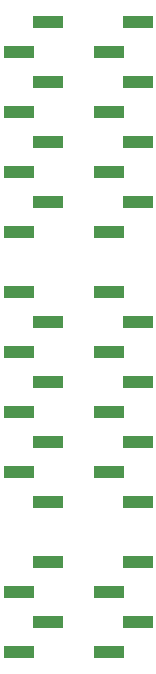
<source format=gbr>
G04 #@! TF.GenerationSoftware,KiCad,Pcbnew,9.0.6-9.0.6~ubuntu25.10.1*
G04 #@! TF.CreationDate,2025-11-15T18:36:26+09:00*
G04 #@! TF.ProjectId,bionic-kl5c80a12,62696f6e-6963-42d6-9b6c-356338306131,2*
G04 #@! TF.SameCoordinates,Original*
G04 #@! TF.FileFunction,Paste,Bot*
G04 #@! TF.FilePolarity,Positive*
%FSLAX46Y46*%
G04 Gerber Fmt 4.6, Leading zero omitted, Abs format (unit mm)*
G04 Created by KiCad (PCBNEW 9.0.6-9.0.6~ubuntu25.10.1) date 2025-11-15 18:36:26*
%MOMM*%
%LPD*%
G01*
G04 APERTURE LIST*
%ADD10R,2.510000X1.000000*%
G04 APERTURE END LIST*
D10*
X111160000Y-77620000D03*
X108670800Y-80160000D03*
X111160000Y-82700000D03*
X108670800Y-85240000D03*
X111160000Y-87780000D03*
X108670800Y-90320000D03*
X111160000Y-92860000D03*
X108670800Y-95400000D03*
X108670800Y-100480000D03*
X111160000Y-103020000D03*
X108670800Y-105560000D03*
X111160000Y-108100000D03*
X108670800Y-110640000D03*
X111160000Y-113180000D03*
X108670800Y-115720000D03*
X111160000Y-118260000D03*
X111160000Y-123340000D03*
X108670800Y-125880000D03*
X111160000Y-128420000D03*
X108670800Y-130960000D03*
X116290800Y-130960000D03*
X118780000Y-128420000D03*
X116290800Y-125880000D03*
X118780000Y-123340000D03*
X118780000Y-118260000D03*
X116290800Y-115720000D03*
X118780000Y-113180000D03*
X116290800Y-110640000D03*
X118780000Y-108100000D03*
X116290800Y-105560000D03*
X118780000Y-103020000D03*
X116290800Y-100480000D03*
X116290800Y-95400000D03*
X118780000Y-92860000D03*
X116290800Y-90320000D03*
X118780000Y-87780000D03*
X116290800Y-85240000D03*
X118780000Y-82700000D03*
X116290800Y-80160000D03*
X118780000Y-77620000D03*
M02*

</source>
